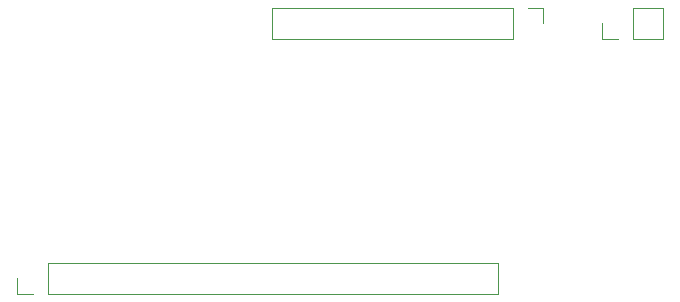
<source format=gbr>
%TF.GenerationSoftware,KiCad,Pcbnew,(5.1.10-1-10_14)*%
%TF.CreationDate,2021-12-18T11:23:09-05:00*%
%TF.ProjectId,Modules,4d6f6475-6c65-4732-9e6b-696361645f70,rev?*%
%TF.SameCoordinates,Original*%
%TF.FileFunction,Legend,Bot*%
%TF.FilePolarity,Positive*%
%FSLAX46Y46*%
G04 Gerber Fmt 4.6, Leading zero omitted, Abs format (unit mm)*
G04 Created by KiCad (PCBNEW (5.1.10-1-10_14)) date 2021-12-18 11:23:09*
%MOMM*%
%LPD*%
G01*
G04 APERTURE LIST*
%ADD10C,0.120000*%
G04 APERTURE END LIST*
D10*
%TO.C,J3*%
X174244000Y-106486000D02*
X174244000Y-103826000D01*
X174244000Y-106486000D02*
X153864000Y-106486000D01*
X153864000Y-106486000D02*
X153864000Y-103826000D01*
X174244000Y-103826000D02*
X153864000Y-103826000D01*
X176844000Y-103826000D02*
X175514000Y-103826000D01*
X176844000Y-105156000D02*
X176844000Y-103826000D01*
%TO.C,J2*%
X181804000Y-105156000D02*
X181804000Y-106486000D01*
X181804000Y-106486000D02*
X183134000Y-106486000D01*
X184404000Y-106486000D02*
X187004000Y-106486000D01*
X187004000Y-103826000D02*
X187004000Y-106486000D01*
X184404000Y-103826000D02*
X187004000Y-103826000D01*
X184404000Y-103826000D02*
X184404000Y-106486000D01*
%TO.C,J1*%
X132274000Y-126746000D02*
X132274000Y-128076000D01*
X132274000Y-128076000D02*
X133604000Y-128076000D01*
X134874000Y-128076000D02*
X173034000Y-128076000D01*
X173034000Y-125416000D02*
X173034000Y-128076000D01*
X134874000Y-125416000D02*
X173034000Y-125416000D01*
X134874000Y-125416000D02*
X134874000Y-128076000D01*
%TD*%
M02*

</source>
